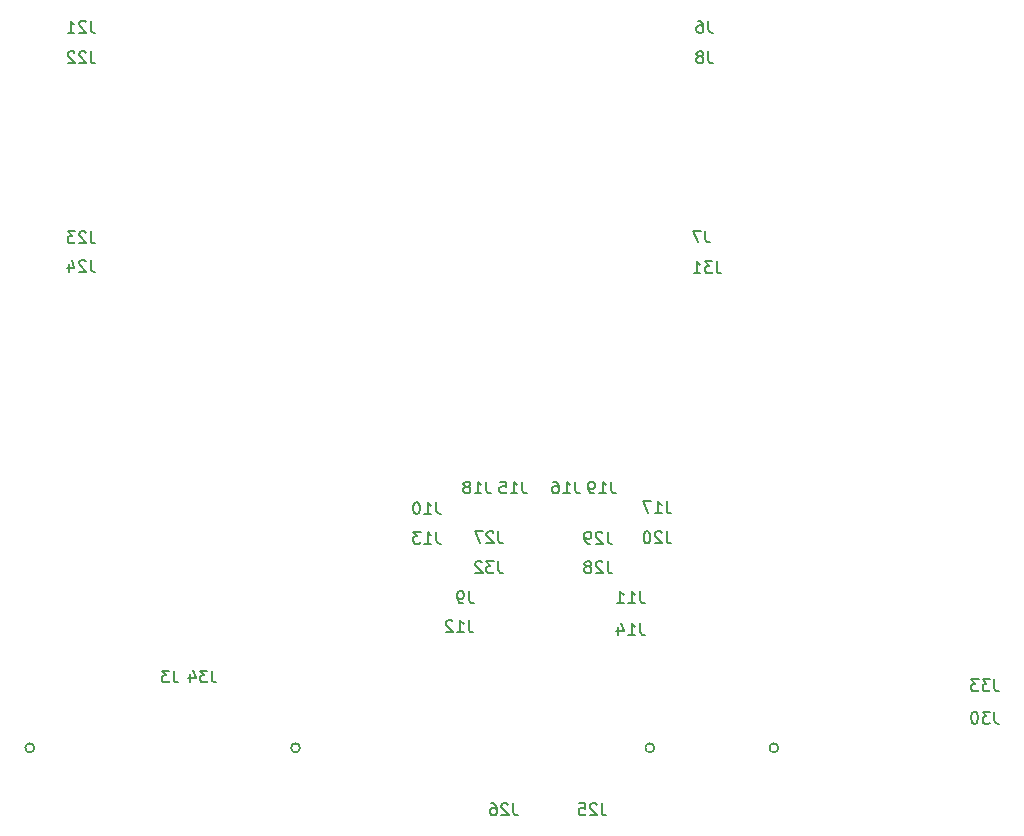
<source format=gbo>
G04 #@! TF.GenerationSoftware,KiCad,Pcbnew,5.1.7-a382d34a8~88~ubuntu20.04.1*
G04 #@! TF.CreationDate,2021-05-21T20:55:17+02:00*
G04 #@! TF.ProjectId,Power,506f7765-722e-46b6-9963-61645f706362,rev?*
G04 #@! TF.SameCoordinates,Original*
G04 #@! TF.FileFunction,Legend,Bot*
G04 #@! TF.FilePolarity,Positive*
%FSLAX46Y46*%
G04 Gerber Fmt 4.6, Leading zero omitted, Abs format (unit mm)*
G04 Created by KiCad (PCBNEW 5.1.7-a382d34a8~88~ubuntu20.04.1) date 2021-05-21 20:55:17*
%MOMM*%
%LPD*%
G01*
G04 APERTURE LIST*
%ADD10C,0.152400*%
%ADD11C,0.150000*%
G04 APERTURE END LIST*
D10*
G04 #@! TO.C,J1*
X49275997Y-127000000D02*
G75*
G03*
X49275997Y-127000000I-381000J0D01*
G01*
G04 #@! TO.C,J2*
X71775997Y-127000000D02*
G75*
G03*
X71775997Y-127000000I-381000J0D01*
G01*
G04 #@! TO.C,J4*
X112275997Y-127000000D02*
G75*
G03*
X112275997Y-127000000I-381000J0D01*
G01*
G04 #@! TO.C,J5*
X101775997Y-127000000D02*
G75*
G03*
X101775997Y-127000000I-381000J0D01*
G01*
G04 #@! TO.C,J34*
D11*
X64309523Y-120452380D02*
X64309523Y-121166666D01*
X64357142Y-121309523D01*
X64452380Y-121404761D01*
X64595238Y-121452380D01*
X64690476Y-121452380D01*
X63928571Y-120452380D02*
X63309523Y-120452380D01*
X63642857Y-120833333D01*
X63500000Y-120833333D01*
X63404761Y-120880952D01*
X63357142Y-120928571D01*
X63309523Y-121023809D01*
X63309523Y-121261904D01*
X63357142Y-121357142D01*
X63404761Y-121404761D01*
X63500000Y-121452380D01*
X63785714Y-121452380D01*
X63880952Y-121404761D01*
X63928571Y-121357142D01*
X62452380Y-120785714D02*
X62452380Y-121452380D01*
X62690476Y-120404761D02*
X62928571Y-121119047D01*
X62309523Y-121119047D01*
G04 #@! TO.C,J3*
X61083333Y-120452380D02*
X61083333Y-121166666D01*
X61130952Y-121309523D01*
X61226190Y-121404761D01*
X61369047Y-121452380D01*
X61464285Y-121452380D01*
X60702380Y-120452380D02*
X60083333Y-120452380D01*
X60416666Y-120833333D01*
X60273809Y-120833333D01*
X60178571Y-120880952D01*
X60130952Y-120928571D01*
X60083333Y-121023809D01*
X60083333Y-121261904D01*
X60130952Y-121357142D01*
X60178571Y-121404761D01*
X60273809Y-121452380D01*
X60559523Y-121452380D01*
X60654761Y-121404761D01*
X60702380Y-121357142D01*
G04 #@! TO.C,J33*
X130559523Y-121202380D02*
X130559523Y-121916666D01*
X130607142Y-122059523D01*
X130702380Y-122154761D01*
X130845238Y-122202380D01*
X130940476Y-122202380D01*
X130178571Y-121202380D02*
X129559523Y-121202380D01*
X129892857Y-121583333D01*
X129750000Y-121583333D01*
X129654761Y-121630952D01*
X129607142Y-121678571D01*
X129559523Y-121773809D01*
X129559523Y-122011904D01*
X129607142Y-122107142D01*
X129654761Y-122154761D01*
X129750000Y-122202380D01*
X130035714Y-122202380D01*
X130130952Y-122154761D01*
X130178571Y-122107142D01*
X129226190Y-121202380D02*
X128607142Y-121202380D01*
X128940476Y-121583333D01*
X128797619Y-121583333D01*
X128702380Y-121630952D01*
X128654761Y-121678571D01*
X128607142Y-121773809D01*
X128607142Y-122011904D01*
X128654761Y-122107142D01*
X128702380Y-122154761D01*
X128797619Y-122202380D01*
X129083333Y-122202380D01*
X129178571Y-122154761D01*
X129226190Y-122107142D01*
G04 #@! TO.C,J30*
X130559523Y-123952380D02*
X130559523Y-124666666D01*
X130607142Y-124809523D01*
X130702380Y-124904761D01*
X130845238Y-124952380D01*
X130940476Y-124952380D01*
X130178571Y-123952380D02*
X129559523Y-123952380D01*
X129892857Y-124333333D01*
X129750000Y-124333333D01*
X129654761Y-124380952D01*
X129607142Y-124428571D01*
X129559523Y-124523809D01*
X129559523Y-124761904D01*
X129607142Y-124857142D01*
X129654761Y-124904761D01*
X129750000Y-124952380D01*
X130035714Y-124952380D01*
X130130952Y-124904761D01*
X130178571Y-124857142D01*
X128940476Y-123952380D02*
X128845238Y-123952380D01*
X128750000Y-124000000D01*
X128702380Y-124047619D01*
X128654761Y-124142857D01*
X128607142Y-124333333D01*
X128607142Y-124571428D01*
X128654761Y-124761904D01*
X128702380Y-124857142D01*
X128750000Y-124904761D01*
X128845238Y-124952380D01*
X128940476Y-124952380D01*
X129035714Y-124904761D01*
X129083333Y-124857142D01*
X129130952Y-124761904D01*
X129178571Y-124571428D01*
X129178571Y-124333333D01*
X129130952Y-124142857D01*
X129083333Y-124047619D01*
X129035714Y-124000000D01*
X128940476Y-123952380D01*
G04 #@! TO.C,J27*
X88559523Y-108672380D02*
X88559523Y-109386666D01*
X88607142Y-109529523D01*
X88702380Y-109624761D01*
X88845238Y-109672380D01*
X88940476Y-109672380D01*
X88130952Y-108767619D02*
X88083333Y-108720000D01*
X87988095Y-108672380D01*
X87750000Y-108672380D01*
X87654761Y-108720000D01*
X87607142Y-108767619D01*
X87559523Y-108862857D01*
X87559523Y-108958095D01*
X87607142Y-109100952D01*
X88178571Y-109672380D01*
X87559523Y-109672380D01*
X87226190Y-108672380D02*
X86559523Y-108672380D01*
X86988095Y-109672380D01*
G04 #@! TO.C,J15*
X90609523Y-104452380D02*
X90609523Y-105166666D01*
X90657142Y-105309523D01*
X90752380Y-105404761D01*
X90895238Y-105452380D01*
X90990476Y-105452380D01*
X89609523Y-105452380D02*
X90180952Y-105452380D01*
X89895238Y-105452380D02*
X89895238Y-104452380D01*
X89990476Y-104595238D01*
X90085714Y-104690476D01*
X90180952Y-104738095D01*
X88704761Y-104452380D02*
X89180952Y-104452380D01*
X89228571Y-104928571D01*
X89180952Y-104880952D01*
X89085714Y-104833333D01*
X88847619Y-104833333D01*
X88752380Y-104880952D01*
X88704761Y-104928571D01*
X88657142Y-105023809D01*
X88657142Y-105261904D01*
X88704761Y-105357142D01*
X88752380Y-105404761D01*
X88847619Y-105452380D01*
X89085714Y-105452380D01*
X89180952Y-105404761D01*
X89228571Y-105357142D01*
G04 #@! TO.C,J32*
X88559523Y-111202380D02*
X88559523Y-111916666D01*
X88607142Y-112059523D01*
X88702380Y-112154761D01*
X88845238Y-112202380D01*
X88940476Y-112202380D01*
X88178571Y-111202380D02*
X87559523Y-111202380D01*
X87892857Y-111583333D01*
X87750000Y-111583333D01*
X87654761Y-111630952D01*
X87607142Y-111678571D01*
X87559523Y-111773809D01*
X87559523Y-112011904D01*
X87607142Y-112107142D01*
X87654761Y-112154761D01*
X87750000Y-112202380D01*
X88035714Y-112202380D01*
X88130952Y-112154761D01*
X88178571Y-112107142D01*
X87178571Y-111297619D02*
X87130952Y-111250000D01*
X87035714Y-111202380D01*
X86797619Y-111202380D01*
X86702380Y-111250000D01*
X86654761Y-111297619D01*
X86607142Y-111392857D01*
X86607142Y-111488095D01*
X86654761Y-111630952D01*
X87226190Y-112202380D01*
X86607142Y-112202380D01*
G04 #@! TO.C,J31*
X107059523Y-85812380D02*
X107059523Y-86526666D01*
X107107142Y-86669523D01*
X107202380Y-86764761D01*
X107345238Y-86812380D01*
X107440476Y-86812380D01*
X106678571Y-85812380D02*
X106059523Y-85812380D01*
X106392857Y-86193333D01*
X106250000Y-86193333D01*
X106154761Y-86240952D01*
X106107142Y-86288571D01*
X106059523Y-86383809D01*
X106059523Y-86621904D01*
X106107142Y-86717142D01*
X106154761Y-86764761D01*
X106250000Y-86812380D01*
X106535714Y-86812380D01*
X106630952Y-86764761D01*
X106678571Y-86717142D01*
X105107142Y-86812380D02*
X105678571Y-86812380D01*
X105392857Y-86812380D02*
X105392857Y-85812380D01*
X105488095Y-85955238D01*
X105583333Y-86050476D01*
X105678571Y-86098095D01*
G04 #@! TO.C,J29*
X97809523Y-108702380D02*
X97809523Y-109416666D01*
X97857142Y-109559523D01*
X97952380Y-109654761D01*
X98095238Y-109702380D01*
X98190476Y-109702380D01*
X97380952Y-108797619D02*
X97333333Y-108750000D01*
X97238095Y-108702380D01*
X97000000Y-108702380D01*
X96904761Y-108750000D01*
X96857142Y-108797619D01*
X96809523Y-108892857D01*
X96809523Y-108988095D01*
X96857142Y-109130952D01*
X97428571Y-109702380D01*
X96809523Y-109702380D01*
X96333333Y-109702380D02*
X96142857Y-109702380D01*
X96047619Y-109654761D01*
X96000000Y-109607142D01*
X95904761Y-109464285D01*
X95857142Y-109273809D01*
X95857142Y-108892857D01*
X95904761Y-108797619D01*
X95952380Y-108750000D01*
X96047619Y-108702380D01*
X96238095Y-108702380D01*
X96333333Y-108750000D01*
X96380952Y-108797619D01*
X96428571Y-108892857D01*
X96428571Y-109130952D01*
X96380952Y-109226190D01*
X96333333Y-109273809D01*
X96238095Y-109321428D01*
X96047619Y-109321428D01*
X95952380Y-109273809D01*
X95904761Y-109226190D01*
X95857142Y-109130952D01*
G04 #@! TO.C,J28*
X97809523Y-111202380D02*
X97809523Y-111916666D01*
X97857142Y-112059523D01*
X97952380Y-112154761D01*
X98095238Y-112202380D01*
X98190476Y-112202380D01*
X97380952Y-111297619D02*
X97333333Y-111250000D01*
X97238095Y-111202380D01*
X97000000Y-111202380D01*
X96904761Y-111250000D01*
X96857142Y-111297619D01*
X96809523Y-111392857D01*
X96809523Y-111488095D01*
X96857142Y-111630952D01*
X97428571Y-112202380D01*
X96809523Y-112202380D01*
X96238095Y-111630952D02*
X96333333Y-111583333D01*
X96380952Y-111535714D01*
X96428571Y-111440476D01*
X96428571Y-111392857D01*
X96380952Y-111297619D01*
X96333333Y-111250000D01*
X96238095Y-111202380D01*
X96047619Y-111202380D01*
X95952380Y-111250000D01*
X95904761Y-111297619D01*
X95857142Y-111392857D01*
X95857142Y-111440476D01*
X95904761Y-111535714D01*
X95952380Y-111583333D01*
X96047619Y-111630952D01*
X96238095Y-111630952D01*
X96333333Y-111678571D01*
X96380952Y-111726190D01*
X96428571Y-111821428D01*
X96428571Y-112011904D01*
X96380952Y-112107142D01*
X96333333Y-112154761D01*
X96238095Y-112202380D01*
X96047619Y-112202380D01*
X95952380Y-112154761D01*
X95904761Y-112107142D01*
X95857142Y-112011904D01*
X95857142Y-111821428D01*
X95904761Y-111726190D01*
X95952380Y-111678571D01*
X96047619Y-111630952D01*
G04 #@! TO.C,J26*
X89809523Y-131702380D02*
X89809523Y-132416666D01*
X89857142Y-132559523D01*
X89952380Y-132654761D01*
X90095238Y-132702380D01*
X90190476Y-132702380D01*
X89380952Y-131797619D02*
X89333333Y-131750000D01*
X89238095Y-131702380D01*
X89000000Y-131702380D01*
X88904761Y-131750000D01*
X88857142Y-131797619D01*
X88809523Y-131892857D01*
X88809523Y-131988095D01*
X88857142Y-132130952D01*
X89428571Y-132702380D01*
X88809523Y-132702380D01*
X87952380Y-131702380D02*
X88142857Y-131702380D01*
X88238095Y-131750000D01*
X88285714Y-131797619D01*
X88380952Y-131940476D01*
X88428571Y-132130952D01*
X88428571Y-132511904D01*
X88380952Y-132607142D01*
X88333333Y-132654761D01*
X88238095Y-132702380D01*
X88047619Y-132702380D01*
X87952380Y-132654761D01*
X87904761Y-132607142D01*
X87857142Y-132511904D01*
X87857142Y-132273809D01*
X87904761Y-132178571D01*
X87952380Y-132130952D01*
X88047619Y-132083333D01*
X88238095Y-132083333D01*
X88333333Y-132130952D01*
X88380952Y-132178571D01*
X88428571Y-132273809D01*
G04 #@! TO.C,J25*
X97309523Y-131702380D02*
X97309523Y-132416666D01*
X97357142Y-132559523D01*
X97452380Y-132654761D01*
X97595238Y-132702380D01*
X97690476Y-132702380D01*
X96880952Y-131797619D02*
X96833333Y-131750000D01*
X96738095Y-131702380D01*
X96500000Y-131702380D01*
X96404761Y-131750000D01*
X96357142Y-131797619D01*
X96309523Y-131892857D01*
X96309523Y-131988095D01*
X96357142Y-132130952D01*
X96928571Y-132702380D01*
X96309523Y-132702380D01*
X95404761Y-131702380D02*
X95880952Y-131702380D01*
X95928571Y-132178571D01*
X95880952Y-132130952D01*
X95785714Y-132083333D01*
X95547619Y-132083333D01*
X95452380Y-132130952D01*
X95404761Y-132178571D01*
X95357142Y-132273809D01*
X95357142Y-132511904D01*
X95404761Y-132607142D01*
X95452380Y-132654761D01*
X95547619Y-132702380D01*
X95785714Y-132702380D01*
X95880952Y-132654761D01*
X95928571Y-132607142D01*
G04 #@! TO.C,J24*
X54059523Y-85702380D02*
X54059523Y-86416666D01*
X54107142Y-86559523D01*
X54202380Y-86654761D01*
X54345238Y-86702380D01*
X54440476Y-86702380D01*
X53630952Y-85797619D02*
X53583333Y-85750000D01*
X53488095Y-85702380D01*
X53250000Y-85702380D01*
X53154761Y-85750000D01*
X53107142Y-85797619D01*
X53059523Y-85892857D01*
X53059523Y-85988095D01*
X53107142Y-86130952D01*
X53678571Y-86702380D01*
X53059523Y-86702380D01*
X52202380Y-86035714D02*
X52202380Y-86702380D01*
X52440476Y-85654761D02*
X52678571Y-86369047D01*
X52059523Y-86369047D01*
G04 #@! TO.C,J23*
X54059523Y-83272380D02*
X54059523Y-83986666D01*
X54107142Y-84129523D01*
X54202380Y-84224761D01*
X54345238Y-84272380D01*
X54440476Y-84272380D01*
X53630952Y-83367619D02*
X53583333Y-83320000D01*
X53488095Y-83272380D01*
X53250000Y-83272380D01*
X53154761Y-83320000D01*
X53107142Y-83367619D01*
X53059523Y-83462857D01*
X53059523Y-83558095D01*
X53107142Y-83700952D01*
X53678571Y-84272380D01*
X53059523Y-84272380D01*
X52726190Y-83272380D02*
X52107142Y-83272380D01*
X52440476Y-83653333D01*
X52297619Y-83653333D01*
X52202380Y-83700952D01*
X52154761Y-83748571D01*
X52107142Y-83843809D01*
X52107142Y-84081904D01*
X52154761Y-84177142D01*
X52202380Y-84224761D01*
X52297619Y-84272380D01*
X52583333Y-84272380D01*
X52678571Y-84224761D01*
X52726190Y-84177142D01*
G04 #@! TO.C,J22*
X54059523Y-68032380D02*
X54059523Y-68746666D01*
X54107142Y-68889523D01*
X54202380Y-68984761D01*
X54345238Y-69032380D01*
X54440476Y-69032380D01*
X53630952Y-68127619D02*
X53583333Y-68080000D01*
X53488095Y-68032380D01*
X53250000Y-68032380D01*
X53154761Y-68080000D01*
X53107142Y-68127619D01*
X53059523Y-68222857D01*
X53059523Y-68318095D01*
X53107142Y-68460952D01*
X53678571Y-69032380D01*
X53059523Y-69032380D01*
X52678571Y-68127619D02*
X52630952Y-68080000D01*
X52535714Y-68032380D01*
X52297619Y-68032380D01*
X52202380Y-68080000D01*
X52154761Y-68127619D01*
X52107142Y-68222857D01*
X52107142Y-68318095D01*
X52154761Y-68460952D01*
X52726190Y-69032380D01*
X52107142Y-69032380D01*
G04 #@! TO.C,J21*
X54059523Y-65452380D02*
X54059523Y-66166666D01*
X54107142Y-66309523D01*
X54202380Y-66404761D01*
X54345238Y-66452380D01*
X54440476Y-66452380D01*
X53630952Y-65547619D02*
X53583333Y-65500000D01*
X53488095Y-65452380D01*
X53250000Y-65452380D01*
X53154761Y-65500000D01*
X53107142Y-65547619D01*
X53059523Y-65642857D01*
X53059523Y-65738095D01*
X53107142Y-65880952D01*
X53678571Y-66452380D01*
X53059523Y-66452380D01*
X52107142Y-66452380D02*
X52678571Y-66452380D01*
X52392857Y-66452380D02*
X52392857Y-65452380D01*
X52488095Y-65595238D01*
X52583333Y-65690476D01*
X52678571Y-65738095D01*
G04 #@! TO.C,J20*
X102809523Y-108672380D02*
X102809523Y-109386666D01*
X102857142Y-109529523D01*
X102952380Y-109624761D01*
X103095238Y-109672380D01*
X103190476Y-109672380D01*
X102380952Y-108767619D02*
X102333333Y-108720000D01*
X102238095Y-108672380D01*
X102000000Y-108672380D01*
X101904761Y-108720000D01*
X101857142Y-108767619D01*
X101809523Y-108862857D01*
X101809523Y-108958095D01*
X101857142Y-109100952D01*
X102428571Y-109672380D01*
X101809523Y-109672380D01*
X101190476Y-108672380D02*
X101095238Y-108672380D01*
X101000000Y-108720000D01*
X100952380Y-108767619D01*
X100904761Y-108862857D01*
X100857142Y-109053333D01*
X100857142Y-109291428D01*
X100904761Y-109481904D01*
X100952380Y-109577142D01*
X101000000Y-109624761D01*
X101095238Y-109672380D01*
X101190476Y-109672380D01*
X101285714Y-109624761D01*
X101333333Y-109577142D01*
X101380952Y-109481904D01*
X101428571Y-109291428D01*
X101428571Y-109053333D01*
X101380952Y-108862857D01*
X101333333Y-108767619D01*
X101285714Y-108720000D01*
X101190476Y-108672380D01*
G04 #@! TO.C,J19*
X98129523Y-104452380D02*
X98129523Y-105166666D01*
X98177142Y-105309523D01*
X98272380Y-105404761D01*
X98415238Y-105452380D01*
X98510476Y-105452380D01*
X97129523Y-105452380D02*
X97700952Y-105452380D01*
X97415238Y-105452380D02*
X97415238Y-104452380D01*
X97510476Y-104595238D01*
X97605714Y-104690476D01*
X97700952Y-104738095D01*
X96653333Y-105452380D02*
X96462857Y-105452380D01*
X96367619Y-105404761D01*
X96320000Y-105357142D01*
X96224761Y-105214285D01*
X96177142Y-105023809D01*
X96177142Y-104642857D01*
X96224761Y-104547619D01*
X96272380Y-104500000D01*
X96367619Y-104452380D01*
X96558095Y-104452380D01*
X96653333Y-104500000D01*
X96700952Y-104547619D01*
X96748571Y-104642857D01*
X96748571Y-104880952D01*
X96700952Y-104976190D01*
X96653333Y-105023809D01*
X96558095Y-105071428D01*
X96367619Y-105071428D01*
X96272380Y-105023809D01*
X96224761Y-104976190D01*
X96177142Y-104880952D01*
G04 #@! TO.C,J18*
X87559523Y-104452380D02*
X87559523Y-105166666D01*
X87607142Y-105309523D01*
X87702380Y-105404761D01*
X87845238Y-105452380D01*
X87940476Y-105452380D01*
X86559523Y-105452380D02*
X87130952Y-105452380D01*
X86845238Y-105452380D02*
X86845238Y-104452380D01*
X86940476Y-104595238D01*
X87035714Y-104690476D01*
X87130952Y-104738095D01*
X85988095Y-104880952D02*
X86083333Y-104833333D01*
X86130952Y-104785714D01*
X86178571Y-104690476D01*
X86178571Y-104642857D01*
X86130952Y-104547619D01*
X86083333Y-104500000D01*
X85988095Y-104452380D01*
X85797619Y-104452380D01*
X85702380Y-104500000D01*
X85654761Y-104547619D01*
X85607142Y-104642857D01*
X85607142Y-104690476D01*
X85654761Y-104785714D01*
X85702380Y-104833333D01*
X85797619Y-104880952D01*
X85988095Y-104880952D01*
X86083333Y-104928571D01*
X86130952Y-104976190D01*
X86178571Y-105071428D01*
X86178571Y-105261904D01*
X86130952Y-105357142D01*
X86083333Y-105404761D01*
X85988095Y-105452380D01*
X85797619Y-105452380D01*
X85702380Y-105404761D01*
X85654761Y-105357142D01*
X85607142Y-105261904D01*
X85607142Y-105071428D01*
X85654761Y-104976190D01*
X85702380Y-104928571D01*
X85797619Y-104880952D01*
G04 #@! TO.C,J17*
X102809523Y-106132380D02*
X102809523Y-106846666D01*
X102857142Y-106989523D01*
X102952380Y-107084761D01*
X103095238Y-107132380D01*
X103190476Y-107132380D01*
X101809523Y-107132380D02*
X102380952Y-107132380D01*
X102095238Y-107132380D02*
X102095238Y-106132380D01*
X102190476Y-106275238D01*
X102285714Y-106370476D01*
X102380952Y-106418095D01*
X101476190Y-106132380D02*
X100809523Y-106132380D01*
X101238095Y-107132380D01*
G04 #@! TO.C,J16*
X95059523Y-104452380D02*
X95059523Y-105166666D01*
X95107142Y-105309523D01*
X95202380Y-105404761D01*
X95345238Y-105452380D01*
X95440476Y-105452380D01*
X94059523Y-105452380D02*
X94630952Y-105452380D01*
X94345238Y-105452380D02*
X94345238Y-104452380D01*
X94440476Y-104595238D01*
X94535714Y-104690476D01*
X94630952Y-104738095D01*
X93202380Y-104452380D02*
X93392857Y-104452380D01*
X93488095Y-104500000D01*
X93535714Y-104547619D01*
X93630952Y-104690476D01*
X93678571Y-104880952D01*
X93678571Y-105261904D01*
X93630952Y-105357142D01*
X93583333Y-105404761D01*
X93488095Y-105452380D01*
X93297619Y-105452380D01*
X93202380Y-105404761D01*
X93154761Y-105357142D01*
X93107142Y-105261904D01*
X93107142Y-105023809D01*
X93154761Y-104928571D01*
X93202380Y-104880952D01*
X93297619Y-104833333D01*
X93488095Y-104833333D01*
X93583333Y-104880952D01*
X93630952Y-104928571D01*
X93678571Y-105023809D01*
G04 #@! TO.C,J14*
X100559523Y-116452380D02*
X100559523Y-117166666D01*
X100607142Y-117309523D01*
X100702380Y-117404761D01*
X100845238Y-117452380D01*
X100940476Y-117452380D01*
X99559523Y-117452380D02*
X100130952Y-117452380D01*
X99845238Y-117452380D02*
X99845238Y-116452380D01*
X99940476Y-116595238D01*
X100035714Y-116690476D01*
X100130952Y-116738095D01*
X98702380Y-116785714D02*
X98702380Y-117452380D01*
X98940476Y-116404761D02*
X99178571Y-117119047D01*
X98559523Y-117119047D01*
G04 #@! TO.C,J13*
X83309523Y-108702380D02*
X83309523Y-109416666D01*
X83357142Y-109559523D01*
X83452380Y-109654761D01*
X83595238Y-109702380D01*
X83690476Y-109702380D01*
X82309523Y-109702380D02*
X82880952Y-109702380D01*
X82595238Y-109702380D02*
X82595238Y-108702380D01*
X82690476Y-108845238D01*
X82785714Y-108940476D01*
X82880952Y-108988095D01*
X81976190Y-108702380D02*
X81357142Y-108702380D01*
X81690476Y-109083333D01*
X81547619Y-109083333D01*
X81452380Y-109130952D01*
X81404761Y-109178571D01*
X81357142Y-109273809D01*
X81357142Y-109511904D01*
X81404761Y-109607142D01*
X81452380Y-109654761D01*
X81547619Y-109702380D01*
X81833333Y-109702380D01*
X81928571Y-109654761D01*
X81976190Y-109607142D01*
G04 #@! TO.C,J12*
X86059523Y-116202380D02*
X86059523Y-116916666D01*
X86107142Y-117059523D01*
X86202380Y-117154761D01*
X86345238Y-117202380D01*
X86440476Y-117202380D01*
X85059523Y-117202380D02*
X85630952Y-117202380D01*
X85345238Y-117202380D02*
X85345238Y-116202380D01*
X85440476Y-116345238D01*
X85535714Y-116440476D01*
X85630952Y-116488095D01*
X84678571Y-116297619D02*
X84630952Y-116250000D01*
X84535714Y-116202380D01*
X84297619Y-116202380D01*
X84202380Y-116250000D01*
X84154761Y-116297619D01*
X84107142Y-116392857D01*
X84107142Y-116488095D01*
X84154761Y-116630952D01*
X84726190Y-117202380D01*
X84107142Y-117202380D01*
G04 #@! TO.C,J11*
X100559523Y-113752380D02*
X100559523Y-114466666D01*
X100607142Y-114609523D01*
X100702380Y-114704761D01*
X100845238Y-114752380D01*
X100940476Y-114752380D01*
X99559523Y-114752380D02*
X100130952Y-114752380D01*
X99845238Y-114752380D02*
X99845238Y-113752380D01*
X99940476Y-113895238D01*
X100035714Y-113990476D01*
X100130952Y-114038095D01*
X98607142Y-114752380D02*
X99178571Y-114752380D01*
X98892857Y-114752380D02*
X98892857Y-113752380D01*
X98988095Y-113895238D01*
X99083333Y-113990476D01*
X99178571Y-114038095D01*
G04 #@! TO.C,J10*
X83309523Y-106202380D02*
X83309523Y-106916666D01*
X83357142Y-107059523D01*
X83452380Y-107154761D01*
X83595238Y-107202380D01*
X83690476Y-107202380D01*
X82309523Y-107202380D02*
X82880952Y-107202380D01*
X82595238Y-107202380D02*
X82595238Y-106202380D01*
X82690476Y-106345238D01*
X82785714Y-106440476D01*
X82880952Y-106488095D01*
X81690476Y-106202380D02*
X81595238Y-106202380D01*
X81500000Y-106250000D01*
X81452380Y-106297619D01*
X81404761Y-106392857D01*
X81357142Y-106583333D01*
X81357142Y-106821428D01*
X81404761Y-107011904D01*
X81452380Y-107107142D01*
X81500000Y-107154761D01*
X81595238Y-107202380D01*
X81690476Y-107202380D01*
X81785714Y-107154761D01*
X81833333Y-107107142D01*
X81880952Y-107011904D01*
X81928571Y-106821428D01*
X81928571Y-106583333D01*
X81880952Y-106392857D01*
X81833333Y-106297619D01*
X81785714Y-106250000D01*
X81690476Y-106202380D01*
G04 #@! TO.C,J9*
X86083333Y-113752380D02*
X86083333Y-114466666D01*
X86130952Y-114609523D01*
X86226190Y-114704761D01*
X86369047Y-114752380D01*
X86464285Y-114752380D01*
X85559523Y-114752380D02*
X85369047Y-114752380D01*
X85273809Y-114704761D01*
X85226190Y-114657142D01*
X85130952Y-114514285D01*
X85083333Y-114323809D01*
X85083333Y-113942857D01*
X85130952Y-113847619D01*
X85178571Y-113800000D01*
X85273809Y-113752380D01*
X85464285Y-113752380D01*
X85559523Y-113800000D01*
X85607142Y-113847619D01*
X85654761Y-113942857D01*
X85654761Y-114180952D01*
X85607142Y-114276190D01*
X85559523Y-114323809D01*
X85464285Y-114371428D01*
X85273809Y-114371428D01*
X85178571Y-114323809D01*
X85130952Y-114276190D01*
X85083333Y-114180952D01*
G04 #@! TO.C,J8*
X106333333Y-68032380D02*
X106333333Y-68746666D01*
X106380952Y-68889523D01*
X106476190Y-68984761D01*
X106619047Y-69032380D01*
X106714285Y-69032380D01*
X105714285Y-68460952D02*
X105809523Y-68413333D01*
X105857142Y-68365714D01*
X105904761Y-68270476D01*
X105904761Y-68222857D01*
X105857142Y-68127619D01*
X105809523Y-68080000D01*
X105714285Y-68032380D01*
X105523809Y-68032380D01*
X105428571Y-68080000D01*
X105380952Y-68127619D01*
X105333333Y-68222857D01*
X105333333Y-68270476D01*
X105380952Y-68365714D01*
X105428571Y-68413333D01*
X105523809Y-68460952D01*
X105714285Y-68460952D01*
X105809523Y-68508571D01*
X105857142Y-68556190D01*
X105904761Y-68651428D01*
X105904761Y-68841904D01*
X105857142Y-68937142D01*
X105809523Y-68984761D01*
X105714285Y-69032380D01*
X105523809Y-69032380D01*
X105428571Y-68984761D01*
X105380952Y-68937142D01*
X105333333Y-68841904D01*
X105333333Y-68651428D01*
X105380952Y-68556190D01*
X105428571Y-68508571D01*
X105523809Y-68460952D01*
G04 #@! TO.C,J7*
X106083333Y-83202380D02*
X106083333Y-83916666D01*
X106130952Y-84059523D01*
X106226190Y-84154761D01*
X106369047Y-84202380D01*
X106464285Y-84202380D01*
X105702380Y-83202380D02*
X105035714Y-83202380D01*
X105464285Y-84202380D01*
G04 #@! TO.C,J6*
X106333333Y-65452380D02*
X106333333Y-66166666D01*
X106380952Y-66309523D01*
X106476190Y-66404761D01*
X106619047Y-66452380D01*
X106714285Y-66452380D01*
X105428571Y-65452380D02*
X105619047Y-65452380D01*
X105714285Y-65500000D01*
X105761904Y-65547619D01*
X105857142Y-65690476D01*
X105904761Y-65880952D01*
X105904761Y-66261904D01*
X105857142Y-66357142D01*
X105809523Y-66404761D01*
X105714285Y-66452380D01*
X105523809Y-66452380D01*
X105428571Y-66404761D01*
X105380952Y-66357142D01*
X105333333Y-66261904D01*
X105333333Y-66023809D01*
X105380952Y-65928571D01*
X105428571Y-65880952D01*
X105523809Y-65833333D01*
X105714285Y-65833333D01*
X105809523Y-65880952D01*
X105857142Y-65928571D01*
X105904761Y-66023809D01*
G04 #@! TD*
M02*

</source>
